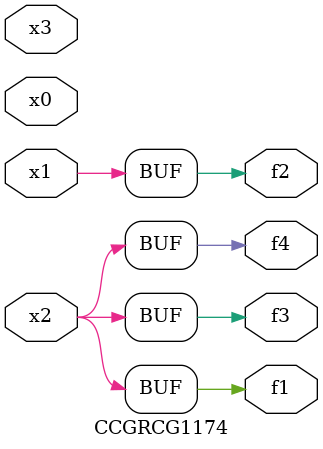
<source format=v>
module CCGRCG1174(
	input x0, x1, x2, x3,
	output f1, f2, f3, f4
);
	assign f1 = x2;
	assign f2 = x1;
	assign f3 = x2;
	assign f4 = x2;
endmodule

</source>
